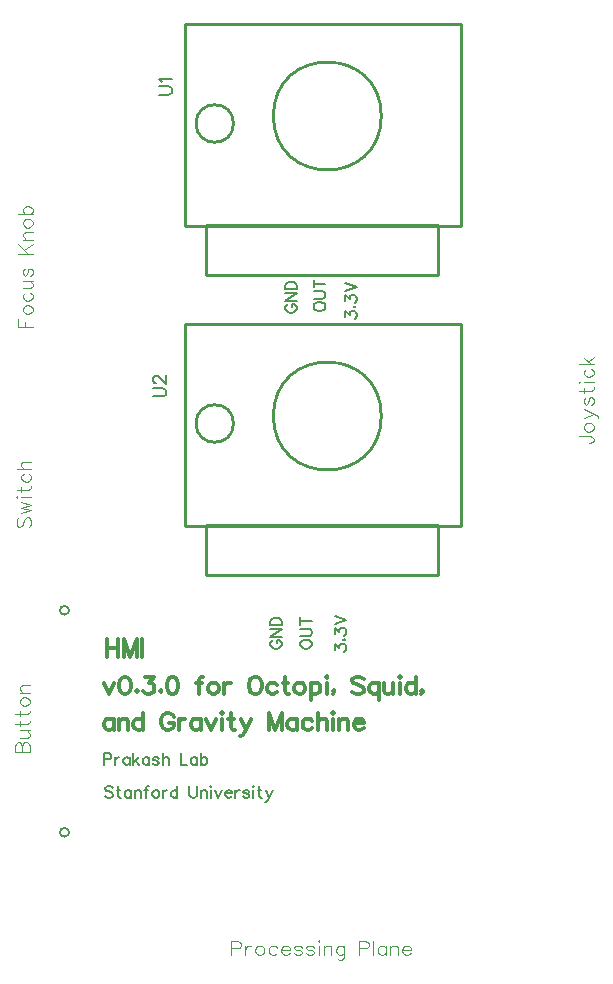
<source format=gto>
G04 Layer: TopSilkLayer*
G04 EasyEDA v6.4.17, 2021-03-07T15:12:51--8:00*
G04 6c535f378de342b990020bc8b1c8526d,b5aacd518854429a9b9924e8a25dcfd8,10*
G04 Gerber Generator version 0.2*
G04 Scale: 100 percent, Rotated: No, Reflected: No *
G04 Dimensions in inches *
G04 leading zeros omitted , absolute positions ,3 integer and 6 decimal *
%FSLAX36Y36*%
%MOIN*%

%ADD10C,0.0100*%
%ADD25C,0.0060*%
%ADD26C,0.0120*%
%ADD27C,0.0040*%
%ADD28C,0.0080*%

%LPD*%
D26*
X352749Y721460D02*
G01*
X352749Y683260D01*
X352749Y713260D02*
G01*
X347249Y718760D01*
X341849Y721460D01*
X333649Y721460D01*
X328149Y718760D01*
X322749Y713260D01*
X319949Y705060D01*
X319949Y699660D01*
X322749Y691460D01*
X328149Y685960D01*
X333649Y683260D01*
X341849Y683260D01*
X347249Y685960D01*
X352749Y691460D01*
X370749Y721460D02*
G01*
X370749Y683260D01*
X370749Y710560D02*
G01*
X378949Y718760D01*
X384349Y721460D01*
X392549Y721460D01*
X397949Y718760D01*
X400749Y710560D01*
X400749Y683260D01*
X451449Y740560D02*
G01*
X451449Y683260D01*
X451449Y713260D02*
G01*
X445949Y718760D01*
X440549Y721460D01*
X432349Y721460D01*
X426949Y718760D01*
X421449Y713260D01*
X418750Y705060D01*
X418750Y699660D01*
X421449Y691460D01*
X426949Y685960D01*
X432349Y683260D01*
X440549Y683260D01*
X445949Y685960D01*
X451449Y691460D01*
X552349Y726960D02*
G01*
X549649Y732360D01*
X544149Y737860D01*
X538750Y740560D01*
X527849Y740560D01*
X522349Y737860D01*
X516949Y732360D01*
X514149Y726960D01*
X511449Y718760D01*
X511449Y705060D01*
X514149Y696960D01*
X516949Y691460D01*
X522349Y685960D01*
X527849Y683260D01*
X538750Y683260D01*
X544149Y685960D01*
X549649Y691460D01*
X552349Y696960D01*
X552349Y705060D01*
X538750Y705060D02*
G01*
X552349Y705060D01*
X570349Y721460D02*
G01*
X570349Y683260D01*
X570349Y705060D02*
G01*
X573049Y713260D01*
X578549Y718760D01*
X583949Y721460D01*
X592149Y721460D01*
X642950Y721460D02*
G01*
X642950Y683260D01*
X642950Y713260D02*
G01*
X637449Y718760D01*
X631949Y721460D01*
X623849Y721460D01*
X618349Y718760D01*
X612949Y713260D01*
X610149Y705060D01*
X610149Y699660D01*
X612949Y691460D01*
X618349Y685960D01*
X623849Y683260D01*
X631949Y683260D01*
X637449Y685960D01*
X642950Y691460D01*
X660949Y721460D02*
G01*
X677249Y683260D01*
X693649Y721460D02*
G01*
X677249Y683260D01*
X711649Y740560D02*
G01*
X714349Y737860D01*
X717049Y740560D01*
X714349Y743260D01*
X711649Y740560D01*
X714349Y721460D02*
G01*
X714349Y683260D01*
X743249Y740560D02*
G01*
X743249Y694160D01*
X745949Y685960D01*
X751449Y683260D01*
X756949Y683260D01*
X735050Y721460D02*
G01*
X754149Y721460D01*
X777649Y721460D02*
G01*
X793949Y683260D01*
X810349Y721460D02*
G01*
X793949Y683260D01*
X788549Y672360D01*
X783049Y666960D01*
X777649Y664160D01*
X774949Y664160D01*
X870349Y740560D02*
G01*
X870349Y683260D01*
X870349Y740560D02*
G01*
X892150Y683260D01*
X913949Y740560D02*
G01*
X892150Y683260D01*
X913949Y740560D02*
G01*
X913949Y683260D01*
X964749Y721460D02*
G01*
X964749Y683260D01*
X964749Y713260D02*
G01*
X959250Y718760D01*
X953850Y721460D01*
X945649Y721460D01*
X940149Y718760D01*
X934749Y713260D01*
X931949Y705060D01*
X931949Y699660D01*
X934749Y691460D01*
X940149Y685960D01*
X945649Y683260D01*
X953850Y683260D01*
X959250Y685960D01*
X964749Y691460D01*
X1015450Y713260D02*
G01*
X1009949Y718760D01*
X1004549Y721460D01*
X996350Y721460D01*
X990949Y718760D01*
X985450Y713260D01*
X982749Y705060D01*
X982749Y699660D01*
X985450Y691460D01*
X990949Y685960D01*
X996350Y683260D01*
X1004549Y683260D01*
X1009949Y685960D01*
X1015450Y691460D01*
X1033449Y740560D02*
G01*
X1033449Y683260D01*
X1033449Y710560D02*
G01*
X1041649Y718760D01*
X1047049Y721460D01*
X1055249Y721460D01*
X1060749Y718760D01*
X1063449Y710560D01*
X1063449Y683260D01*
X1081449Y740560D02*
G01*
X1084149Y737860D01*
X1086949Y740560D01*
X1084149Y743260D01*
X1081449Y740560D01*
X1084149Y721460D02*
G01*
X1084149Y683260D01*
X1104949Y721460D02*
G01*
X1104949Y683260D01*
X1104949Y710560D02*
G01*
X1113049Y718760D01*
X1118549Y721460D01*
X1126750Y721460D01*
X1132150Y718760D01*
X1134949Y710560D01*
X1134949Y683260D01*
X1152950Y705060D02*
G01*
X1185649Y705060D01*
X1185649Y710560D01*
X1182950Y715960D01*
X1180149Y718760D01*
X1174749Y721460D01*
X1166549Y721460D01*
X1161049Y718760D01*
X1155649Y713260D01*
X1152950Y705060D01*
X1152950Y699660D01*
X1155649Y691460D01*
X1161049Y685960D01*
X1166549Y683260D01*
X1174749Y683260D01*
X1180149Y685960D01*
X1185649Y691460D01*
D25*
X933762Y2102256D02*
G01*
X930063Y2100456D01*
X926462Y2096856D01*
X924663Y2093156D01*
X924663Y2085956D01*
X926462Y2082256D01*
X930063Y2078656D01*
X933762Y2076856D01*
X939162Y2074956D01*
X948262Y2074956D01*
X953762Y2076856D01*
X957362Y2078656D01*
X960963Y2082256D01*
X962762Y2085956D01*
X962762Y2093156D01*
X960963Y2096856D01*
X957362Y2100456D01*
X953762Y2102256D01*
X948262Y2102256D01*
X948262Y2093156D02*
G01*
X948262Y2102256D01*
X924663Y2114256D02*
G01*
X962762Y2114256D01*
X924663Y2114256D02*
G01*
X962762Y2139756D01*
X924663Y2139756D02*
G01*
X962762Y2139756D01*
X924663Y2151756D02*
G01*
X962762Y2151756D01*
X924663Y2151756D02*
G01*
X924663Y2164456D01*
X926462Y2169956D01*
X930063Y2173556D01*
X933762Y2175356D01*
X939162Y2177156D01*
X948262Y2177156D01*
X953762Y2175356D01*
X957362Y2173556D01*
X960963Y2169956D01*
X962762Y2164456D01*
X962762Y2151756D01*
X1019663Y2090956D02*
G01*
X1021462Y2087256D01*
X1025063Y2083656D01*
X1028762Y2081856D01*
X1034162Y2079956D01*
X1043262Y2079956D01*
X1048762Y2081856D01*
X1052362Y2083656D01*
X1055963Y2087256D01*
X1057762Y2090956D01*
X1057762Y2098156D01*
X1055963Y2101856D01*
X1052362Y2105456D01*
X1048762Y2107256D01*
X1043262Y2109056D01*
X1034162Y2109056D01*
X1028762Y2107256D01*
X1025063Y2105456D01*
X1021462Y2101856D01*
X1019663Y2098156D01*
X1019663Y2090956D01*
X1019663Y2121056D02*
G01*
X1046862Y2121056D01*
X1052362Y2122956D01*
X1055963Y2126556D01*
X1057762Y2131956D01*
X1057762Y2135656D01*
X1055963Y2141056D01*
X1052362Y2144756D01*
X1046862Y2146556D01*
X1019663Y2146556D01*
X1019663Y2171256D02*
G01*
X1057762Y2171256D01*
X1019663Y2158556D02*
G01*
X1019663Y2183956D01*
X1124663Y2058656D02*
G01*
X1124663Y2078656D01*
X1139162Y2067756D01*
X1139162Y2073156D01*
X1140963Y2076856D01*
X1142762Y2078656D01*
X1148262Y2080456D01*
X1151862Y2080456D01*
X1157362Y2078656D01*
X1160963Y2074956D01*
X1162762Y2069556D01*
X1162762Y2064056D01*
X1160963Y2058656D01*
X1159162Y2056856D01*
X1155563Y2054956D01*
X1153762Y2094256D02*
G01*
X1155563Y2092456D01*
X1157362Y2094256D01*
X1155563Y2096056D01*
X1153762Y2094256D01*
X1124663Y2111756D02*
G01*
X1124663Y2131756D01*
X1139162Y2120856D01*
X1139162Y2126256D01*
X1140963Y2129956D01*
X1142762Y2131756D01*
X1148262Y2133556D01*
X1151862Y2133556D01*
X1157362Y2131756D01*
X1160963Y2128056D01*
X1162762Y2122656D01*
X1162762Y2117156D01*
X1160963Y2111756D01*
X1159162Y2109956D01*
X1155563Y2108056D01*
X1124663Y2145556D02*
G01*
X1162762Y2160055D01*
X1124663Y2174656D02*
G01*
X1162762Y2160055D01*
X883768Y982255D02*
G01*
X880068Y980455D01*
X876467Y976855D01*
X874668Y973155D01*
X874668Y965955D01*
X876467Y962255D01*
X880068Y958655D01*
X883768Y956855D01*
X889167Y954954D01*
X898267Y954954D01*
X903768Y956855D01*
X907367Y958655D01*
X910967Y962255D01*
X912767Y965955D01*
X912767Y973155D01*
X910967Y976855D01*
X907367Y980455D01*
X903768Y982255D01*
X898267Y982255D01*
X898267Y973155D02*
G01*
X898267Y982255D01*
X874668Y994255D02*
G01*
X912767Y994255D01*
X874668Y994255D02*
G01*
X912767Y1019755D01*
X874668Y1019755D02*
G01*
X912767Y1019755D01*
X874668Y1031755D02*
G01*
X912767Y1031755D01*
X874668Y1031755D02*
G01*
X874668Y1044455D01*
X876467Y1049955D01*
X880068Y1053555D01*
X883768Y1055354D01*
X889167Y1057155D01*
X898267Y1057155D01*
X903768Y1055354D01*
X907367Y1053555D01*
X910967Y1049955D01*
X912767Y1044455D01*
X912767Y1031755D01*
X974668Y965955D02*
G01*
X976467Y962255D01*
X980068Y958655D01*
X983768Y956855D01*
X989167Y954954D01*
X998267Y954954D01*
X1003768Y956855D01*
X1007367Y958655D01*
X1010967Y962255D01*
X1012767Y965955D01*
X1012767Y973155D01*
X1010967Y976855D01*
X1007367Y980455D01*
X1003768Y982255D01*
X998267Y984055D01*
X989167Y984055D01*
X983768Y982255D01*
X980068Y980455D01*
X976467Y976855D01*
X974668Y973155D01*
X974668Y965955D01*
X974668Y996055D02*
G01*
X1001867Y996055D01*
X1007367Y997955D01*
X1010967Y1001555D01*
X1012767Y1006955D01*
X1012767Y1010655D01*
X1010967Y1016055D01*
X1007367Y1019755D01*
X1001867Y1021555D01*
X974668Y1021555D01*
X974668Y1046255D02*
G01*
X1012767Y1046255D01*
X974668Y1033555D02*
G01*
X974668Y1058955D01*
X1089668Y948655D02*
G01*
X1089668Y968655D01*
X1104167Y957755D01*
X1104167Y963155D01*
X1105967Y966855D01*
X1107767Y968655D01*
X1113267Y970455D01*
X1116867Y970455D01*
X1122367Y968655D01*
X1125967Y964954D01*
X1127767Y959555D01*
X1127767Y954055D01*
X1125967Y948655D01*
X1124167Y946855D01*
X1120567Y944954D01*
X1118768Y984255D02*
G01*
X1120567Y982454D01*
X1122367Y984255D01*
X1120567Y986055D01*
X1118768Y984255D01*
X1089668Y1001755D02*
G01*
X1089668Y1021755D01*
X1104167Y1010855D01*
X1104167Y1016255D01*
X1105967Y1019954D01*
X1107767Y1021755D01*
X1113267Y1023555D01*
X1116867Y1023555D01*
X1122367Y1021755D01*
X1125967Y1018055D01*
X1127767Y1012654D01*
X1127767Y1007155D01*
X1125967Y1001755D01*
X1124167Y999954D01*
X1120567Y998055D01*
X1089668Y1035555D02*
G01*
X1127767Y1050055D01*
X1089668Y1064655D02*
G01*
X1127767Y1050055D01*
D27*
X1904484Y1662702D02*
G01*
X1940884Y1662702D01*
X1947685Y1660502D01*
X1949984Y1658202D01*
X1952285Y1653602D01*
X1952285Y1649102D01*
X1949984Y1644502D01*
X1947685Y1642301D01*
X1940884Y1640002D01*
X1936385Y1640002D01*
X1920484Y1689102D02*
G01*
X1922685Y1684502D01*
X1927285Y1680002D01*
X1934084Y1677702D01*
X1938584Y1677702D01*
X1945484Y1680002D01*
X1949984Y1684502D01*
X1952285Y1689102D01*
X1952285Y1695902D01*
X1949984Y1700502D01*
X1945484Y1705002D01*
X1938584Y1707301D01*
X1934084Y1707301D01*
X1927285Y1705002D01*
X1922685Y1700502D01*
X1920484Y1695902D01*
X1920484Y1689102D01*
X1920484Y1724502D02*
G01*
X1952285Y1738202D01*
X1920484Y1751802D02*
G01*
X1952285Y1738202D01*
X1961385Y1733602D01*
X1965884Y1729102D01*
X1968184Y1724502D01*
X1968184Y1722301D01*
X1927285Y1791802D02*
G01*
X1922685Y1789502D01*
X1920484Y1782702D01*
X1920484Y1775902D01*
X1922685Y1769102D01*
X1927285Y1766802D01*
X1931784Y1769102D01*
X1934084Y1773602D01*
X1936385Y1785002D01*
X1938584Y1789502D01*
X1943184Y1791802D01*
X1945484Y1791802D01*
X1949984Y1789502D01*
X1952285Y1782702D01*
X1952285Y1775902D01*
X1949984Y1769102D01*
X1945484Y1766802D01*
X1904484Y1813602D02*
G01*
X1943184Y1813602D01*
X1949984Y1815902D01*
X1952285Y1820502D01*
X1952285Y1825002D01*
X1920484Y1806802D02*
G01*
X1920484Y1822702D01*
X1904484Y1840002D02*
G01*
X1906784Y1842301D01*
X1904484Y1844502D01*
X1902285Y1842301D01*
X1904484Y1840002D01*
X1920484Y1842301D02*
G01*
X1952285Y1842301D01*
X1927285Y1886802D02*
G01*
X1922685Y1882301D01*
X1920484Y1877702D01*
X1920484Y1870902D01*
X1922685Y1866402D01*
X1927285Y1861802D01*
X1934084Y1859502D01*
X1938584Y1859502D01*
X1945484Y1861802D01*
X1949984Y1866402D01*
X1952285Y1870902D01*
X1952285Y1877702D01*
X1949984Y1882301D01*
X1945484Y1886802D01*
X1904484Y1901802D02*
G01*
X1952285Y1901802D01*
X1920484Y1924502D02*
G01*
X1943184Y1901802D01*
X1934084Y1910902D02*
G01*
X1952285Y1926802D01*
X744979Y-19496D02*
G01*
X744979Y-67296D01*
X744979Y-19496D02*
G01*
X765479Y-19496D01*
X772280Y-21796D01*
X774479Y-24096D01*
X776779Y-28596D01*
X776779Y-35497D01*
X774479Y-39996D01*
X772280Y-42296D01*
X765479Y-44496D01*
X744979Y-44496D01*
X791779Y-35497D02*
G01*
X791779Y-67296D01*
X791779Y-49096D02*
G01*
X794079Y-42296D01*
X798580Y-37696D01*
X803180Y-35497D01*
X809979Y-35497D01*
X836379Y-35497D02*
G01*
X831779Y-37696D01*
X827280Y-42296D01*
X824979Y-49096D01*
X824979Y-53596D01*
X827280Y-60497D01*
X831779Y-64996D01*
X836379Y-67296D01*
X843180Y-67296D01*
X847680Y-64996D01*
X852280Y-60497D01*
X854479Y-53596D01*
X854479Y-49096D01*
X852280Y-42296D01*
X847680Y-37696D01*
X843180Y-35497D01*
X836379Y-35497D01*
X896779Y-42296D02*
G01*
X892280Y-37696D01*
X887680Y-35497D01*
X880879Y-35497D01*
X876379Y-37696D01*
X871779Y-42296D01*
X869479Y-49096D01*
X869479Y-53596D01*
X871779Y-60497D01*
X876379Y-64996D01*
X880879Y-67296D01*
X887680Y-67296D01*
X892280Y-64996D01*
X896779Y-60497D01*
X911779Y-49096D02*
G01*
X939079Y-49096D01*
X939079Y-44496D01*
X936779Y-39996D01*
X934479Y-37696D01*
X929979Y-35497D01*
X923180Y-35497D01*
X918580Y-37696D01*
X914079Y-42296D01*
X911779Y-49096D01*
X911779Y-53596D01*
X914079Y-60497D01*
X918580Y-64996D01*
X923180Y-67296D01*
X929979Y-67296D01*
X934479Y-64996D01*
X939079Y-60497D01*
X979079Y-42296D02*
G01*
X976779Y-37696D01*
X969979Y-35497D01*
X963180Y-35497D01*
X956379Y-37696D01*
X954079Y-42296D01*
X956379Y-46796D01*
X960879Y-49096D01*
X972280Y-51396D01*
X976779Y-53596D01*
X979079Y-58197D01*
X979079Y-60497D01*
X976779Y-64996D01*
X969979Y-67296D01*
X963180Y-67296D01*
X956379Y-64996D01*
X954079Y-60497D01*
X1019079Y-42296D02*
G01*
X1016779Y-37696D01*
X1009979Y-35497D01*
X1003180Y-35497D01*
X996379Y-37696D01*
X994079Y-42296D01*
X996379Y-46796D01*
X1000879Y-49096D01*
X1012280Y-51396D01*
X1016779Y-53596D01*
X1019079Y-58197D01*
X1019079Y-60497D01*
X1016779Y-64996D01*
X1009979Y-67296D01*
X1003180Y-67296D01*
X996379Y-64996D01*
X994079Y-60497D01*
X1034079Y-19496D02*
G01*
X1036379Y-21796D01*
X1038580Y-19496D01*
X1036379Y-17296D01*
X1034079Y-19496D01*
X1036379Y-35497D02*
G01*
X1036379Y-67296D01*
X1053580Y-35497D02*
G01*
X1053580Y-67296D01*
X1053580Y-44496D02*
G01*
X1060479Y-37696D01*
X1064979Y-35497D01*
X1071779Y-35497D01*
X1076379Y-37696D01*
X1078580Y-44496D01*
X1078580Y-67296D01*
X1120879Y-35497D02*
G01*
X1120879Y-71796D01*
X1118580Y-78596D01*
X1116379Y-80896D01*
X1111779Y-83197D01*
X1104979Y-83197D01*
X1100479Y-80896D01*
X1120879Y-42296D02*
G01*
X1116379Y-37696D01*
X1111779Y-35497D01*
X1104979Y-35497D01*
X1100479Y-37696D01*
X1095879Y-42296D01*
X1093580Y-49096D01*
X1093580Y-53596D01*
X1095879Y-60497D01*
X1100479Y-64996D01*
X1104979Y-67296D01*
X1111779Y-67296D01*
X1116379Y-64996D01*
X1120879Y-60497D01*
X1170879Y-19496D02*
G01*
X1170879Y-67296D01*
X1170879Y-19496D02*
G01*
X1191379Y-19496D01*
X1198180Y-21796D01*
X1200479Y-24096D01*
X1202680Y-28596D01*
X1202680Y-35497D01*
X1200479Y-39996D01*
X1198180Y-42296D01*
X1191379Y-44496D01*
X1170879Y-44496D01*
X1217680Y-19496D02*
G01*
X1217680Y-67296D01*
X1259979Y-35497D02*
G01*
X1259979Y-67296D01*
X1259979Y-42296D02*
G01*
X1255479Y-37696D01*
X1250879Y-35497D01*
X1244079Y-35497D01*
X1239479Y-37696D01*
X1234979Y-42296D01*
X1232680Y-49096D01*
X1232680Y-53596D01*
X1234979Y-60497D01*
X1239479Y-64996D01*
X1244079Y-67296D01*
X1250879Y-67296D01*
X1255479Y-64996D01*
X1259979Y-60497D01*
X1274979Y-35497D02*
G01*
X1274979Y-67296D01*
X1274979Y-44496D02*
G01*
X1281779Y-37696D01*
X1286379Y-35497D01*
X1293180Y-35497D01*
X1297680Y-37696D01*
X1299979Y-44496D01*
X1299979Y-67296D01*
X1314979Y-49096D02*
G01*
X1342280Y-49096D01*
X1342280Y-44496D01*
X1339979Y-39996D01*
X1337680Y-37696D01*
X1333180Y-35497D01*
X1326379Y-35497D01*
X1321779Y-37696D01*
X1317280Y-42296D01*
X1314979Y-49096D01*
X1314979Y-53596D01*
X1317280Y-60497D01*
X1321779Y-64996D01*
X1326379Y-67296D01*
X1333180Y-67296D01*
X1337680Y-64996D01*
X1342280Y-60497D01*
X36357Y1391857D02*
G01*
X31757Y1387256D01*
X29557Y1380457D01*
X29557Y1371357D01*
X31757Y1364556D01*
X36357Y1359957D01*
X40857Y1359957D01*
X45457Y1362256D01*
X47757Y1364556D01*
X49957Y1369057D01*
X54557Y1382757D01*
X56757Y1387256D01*
X59057Y1389556D01*
X63657Y1391857D01*
X70457Y1391857D01*
X74957Y1387256D01*
X77257Y1380457D01*
X77257Y1371357D01*
X74957Y1364556D01*
X70457Y1359957D01*
X45457Y1406857D02*
G01*
X77257Y1415957D01*
X45457Y1424957D02*
G01*
X77257Y1415957D01*
X45457Y1424957D02*
G01*
X77257Y1434057D01*
X45457Y1443157D02*
G01*
X77257Y1434057D01*
X29557Y1458157D02*
G01*
X31757Y1460457D01*
X29557Y1462757D01*
X27257Y1460457D01*
X29557Y1458157D01*
X45457Y1460457D02*
G01*
X77257Y1460457D01*
X29557Y1484556D02*
G01*
X68157Y1484556D01*
X74957Y1486857D01*
X77257Y1491357D01*
X77257Y1495957D01*
X45457Y1477757D02*
G01*
X45457Y1493657D01*
X52257Y1538157D02*
G01*
X47757Y1533657D01*
X45457Y1529057D01*
X45457Y1522256D01*
X47757Y1517757D01*
X52257Y1513157D01*
X59057Y1510957D01*
X63657Y1510957D01*
X70457Y1513157D01*
X74957Y1517757D01*
X77257Y1522256D01*
X77257Y1529057D01*
X74957Y1533657D01*
X70457Y1538157D01*
X29557Y1553157D02*
G01*
X77257Y1553157D01*
X54557Y1553157D02*
G01*
X47757Y1559957D01*
X45457Y1564556D01*
X45457Y1571357D01*
X47757Y1575957D01*
X54557Y1578157D01*
X77257Y1578157D01*
X34489Y2025001D02*
G01*
X82289Y2025001D01*
X34489Y2025001D02*
G01*
X34489Y2054501D01*
X57289Y2025001D02*
G01*
X57289Y2043201D01*
X50489Y2080901D02*
G01*
X52689Y2076401D01*
X57289Y2071801D01*
X64089Y2069501D01*
X68589Y2069501D01*
X75489Y2071801D01*
X79989Y2076401D01*
X82289Y2080901D01*
X82289Y2087701D01*
X79989Y2092301D01*
X75489Y2096801D01*
X68589Y2099101D01*
X64089Y2099101D01*
X57289Y2096801D01*
X52689Y2092301D01*
X50489Y2087701D01*
X50489Y2080901D01*
X57289Y2141401D02*
G01*
X52689Y2136801D01*
X50489Y2132301D01*
X50489Y2125501D01*
X52689Y2120901D01*
X57289Y2116401D01*
X64089Y2114101D01*
X68589Y2114101D01*
X75489Y2116401D01*
X79989Y2120901D01*
X82289Y2125501D01*
X82289Y2132301D01*
X79989Y2136801D01*
X75489Y2141401D01*
X50489Y2156401D02*
G01*
X73189Y2156401D01*
X79989Y2158601D01*
X82289Y2163201D01*
X82289Y2170001D01*
X79989Y2174501D01*
X73189Y2181401D01*
X50489Y2181401D02*
G01*
X82289Y2181401D01*
X57289Y2221401D02*
G01*
X52689Y2219101D01*
X50489Y2212301D01*
X50489Y2205501D01*
X52689Y2198601D01*
X57289Y2196401D01*
X61789Y2198601D01*
X64089Y2203201D01*
X66389Y2214501D01*
X68589Y2219101D01*
X73189Y2221401D01*
X75489Y2221401D01*
X79989Y2219101D01*
X82289Y2212301D01*
X82289Y2205501D01*
X79989Y2198601D01*
X75489Y2196401D01*
X34489Y2271401D02*
G01*
X82289Y2271401D01*
X34489Y2303201D02*
G01*
X66389Y2271401D01*
X54989Y2282701D02*
G01*
X82289Y2303201D01*
X50489Y2318201D02*
G01*
X82289Y2318201D01*
X59489Y2318201D02*
G01*
X52689Y2325001D01*
X50489Y2329501D01*
X50489Y2336401D01*
X52689Y2340901D01*
X59489Y2343201D01*
X82289Y2343201D01*
X50489Y2369501D02*
G01*
X52689Y2365001D01*
X57289Y2360501D01*
X64089Y2358201D01*
X68589Y2358201D01*
X75489Y2360501D01*
X79989Y2365001D01*
X82289Y2369501D01*
X82289Y2376401D01*
X79989Y2380901D01*
X75489Y2385501D01*
X68589Y2387701D01*
X64089Y2387701D01*
X57289Y2385501D01*
X52689Y2380901D01*
X50489Y2376401D01*
X50489Y2369501D01*
X34489Y2402701D02*
G01*
X82289Y2402701D01*
X57289Y2402701D02*
G01*
X52689Y2407301D01*
X50489Y2411801D01*
X50489Y2418601D01*
X52689Y2423201D01*
X57289Y2427701D01*
X64089Y2430001D01*
X68589Y2430001D01*
X75489Y2427701D01*
X79989Y2423201D01*
X82289Y2418601D01*
X82289Y2411801D01*
X79989Y2407301D01*
X75489Y2402701D01*
D26*
X320054Y841458D02*
G01*
X336354Y803259D01*
X352754Y841458D02*
G01*
X336354Y803259D01*
X387054Y860559D02*
G01*
X378954Y857859D01*
X373454Y849659D01*
X370754Y835959D01*
X370754Y827859D01*
X373454Y814158D01*
X378954Y805959D01*
X387054Y803259D01*
X392554Y803259D01*
X400754Y805959D01*
X406154Y814158D01*
X408954Y827859D01*
X408954Y835959D01*
X406154Y849659D01*
X400754Y857859D01*
X392554Y860559D01*
X387054Y860559D01*
X429654Y816859D02*
G01*
X426954Y814158D01*
X429654Y811458D01*
X432354Y814158D01*
X429654Y816859D01*
X455854Y860559D02*
G01*
X485854Y860559D01*
X469454Y838759D01*
X477654Y838759D01*
X483054Y835959D01*
X485854Y833259D01*
X488554Y825059D01*
X488554Y819659D01*
X485854Y811458D01*
X480354Y805959D01*
X472154Y803259D01*
X464054Y803259D01*
X455854Y805959D01*
X453054Y808759D01*
X450354Y814158D01*
X509254Y816859D02*
G01*
X506554Y814158D01*
X509254Y811458D01*
X512054Y814158D01*
X509254Y816859D01*
X546354Y860559D02*
G01*
X538154Y857859D01*
X532754Y849659D01*
X530054Y835959D01*
X530054Y827859D01*
X532754Y814158D01*
X538154Y805959D01*
X546354Y803259D01*
X551854Y803259D01*
X560054Y805959D01*
X565454Y814158D01*
X568154Y827859D01*
X568154Y835959D01*
X565454Y849659D01*
X560054Y857859D01*
X551854Y860559D01*
X546354Y860559D01*
X650055Y860559D02*
G01*
X644555Y860559D01*
X639054Y857859D01*
X636354Y849659D01*
X636354Y803259D01*
X628154Y841458D02*
G01*
X647254Y841458D01*
X681655Y841458D02*
G01*
X676154Y838759D01*
X670754Y833259D01*
X668054Y825059D01*
X668054Y819659D01*
X670754Y811458D01*
X676154Y805959D01*
X681655Y803259D01*
X689854Y803259D01*
X695254Y805959D01*
X700754Y811458D01*
X703454Y819659D01*
X703454Y825059D01*
X700754Y833259D01*
X695254Y838759D01*
X689854Y841458D01*
X681655Y841458D01*
X721454Y841458D02*
G01*
X721454Y803259D01*
X721454Y825059D02*
G01*
X724155Y833259D01*
X729654Y838759D01*
X735055Y841458D01*
X743254Y841458D01*
X819654Y860559D02*
G01*
X814155Y857859D01*
X808755Y852359D01*
X806054Y846859D01*
X803254Y838759D01*
X803254Y825059D01*
X806054Y816859D01*
X808755Y811458D01*
X814155Y805959D01*
X819654Y803259D01*
X830554Y803259D01*
X836054Y805959D01*
X841454Y811458D01*
X844155Y816859D01*
X846954Y825059D01*
X846954Y838759D01*
X844155Y846859D01*
X841454Y852359D01*
X836054Y857859D01*
X830554Y860559D01*
X819654Y860559D01*
X897654Y833259D02*
G01*
X892154Y838759D01*
X886754Y841458D01*
X878554Y841458D01*
X873054Y838759D01*
X867654Y833259D01*
X864954Y825059D01*
X864954Y819659D01*
X867654Y811458D01*
X873054Y805959D01*
X878554Y803259D01*
X886754Y803259D01*
X892154Y805959D01*
X897654Y811458D01*
X923854Y860559D02*
G01*
X923854Y814158D01*
X926554Y805959D01*
X932055Y803259D01*
X937454Y803259D01*
X915654Y841458D02*
G01*
X934754Y841458D01*
X969054Y841458D02*
G01*
X963654Y838759D01*
X958154Y833259D01*
X955455Y825059D01*
X955455Y819659D01*
X958154Y811458D01*
X963654Y805959D01*
X969054Y803259D01*
X977254Y803259D01*
X982754Y805959D01*
X988154Y811458D01*
X990954Y819659D01*
X990954Y825059D01*
X988154Y833259D01*
X982754Y838759D01*
X977254Y841458D01*
X969054Y841458D01*
X1008954Y841458D02*
G01*
X1008954Y784158D01*
X1008954Y833259D02*
G01*
X1014354Y838759D01*
X1019854Y841458D01*
X1028054Y841458D01*
X1033454Y838759D01*
X1038954Y833259D01*
X1041655Y825059D01*
X1041655Y819659D01*
X1038954Y811458D01*
X1033454Y805959D01*
X1028054Y803259D01*
X1019854Y803259D01*
X1014354Y805959D01*
X1008954Y811458D01*
X1059654Y860559D02*
G01*
X1062354Y857859D01*
X1065055Y860559D01*
X1062354Y863259D01*
X1059654Y860559D01*
X1062354Y841458D02*
G01*
X1062354Y803259D01*
X1088554Y814158D02*
G01*
X1085855Y811458D01*
X1083054Y814158D01*
X1085855Y816859D01*
X1088554Y814158D01*
X1088554Y808759D01*
X1083054Y803259D01*
X1186754Y852359D02*
G01*
X1181255Y857859D01*
X1173054Y860559D01*
X1162154Y860559D01*
X1153954Y857859D01*
X1148554Y852359D01*
X1148554Y846859D01*
X1151255Y841458D01*
X1153954Y838759D01*
X1159454Y835959D01*
X1175855Y830559D01*
X1181255Y827859D01*
X1183954Y825059D01*
X1186754Y819659D01*
X1186754Y811458D01*
X1181255Y805959D01*
X1173054Y803259D01*
X1162154Y803259D01*
X1153954Y805959D01*
X1148554Y811458D01*
X1237455Y841458D02*
G01*
X1237455Y784158D01*
X1237455Y833259D02*
G01*
X1231954Y838759D01*
X1226554Y841458D01*
X1218355Y841458D01*
X1212955Y838759D01*
X1207455Y833259D01*
X1204754Y825059D01*
X1204754Y819659D01*
X1207455Y811458D01*
X1212955Y805959D01*
X1218355Y803259D01*
X1226554Y803259D01*
X1231954Y805959D01*
X1237455Y811458D01*
X1255455Y841458D02*
G01*
X1255455Y814158D01*
X1258154Y805959D01*
X1263654Y803259D01*
X1271854Y803259D01*
X1277254Y805959D01*
X1285455Y814158D01*
X1285455Y841458D02*
G01*
X1285455Y803259D01*
X1303454Y860559D02*
G01*
X1306154Y857859D01*
X1308954Y860559D01*
X1306154Y863259D01*
X1303454Y860559D01*
X1306154Y841458D02*
G01*
X1306154Y803259D01*
X1359654Y860559D02*
G01*
X1359654Y803259D01*
X1359654Y833259D02*
G01*
X1354155Y838759D01*
X1348755Y841458D01*
X1340554Y841458D01*
X1335055Y838759D01*
X1329654Y833259D01*
X1326954Y825059D01*
X1326954Y819659D01*
X1329654Y811458D01*
X1335055Y805959D01*
X1340554Y803259D01*
X1348755Y803259D01*
X1354155Y805959D01*
X1359654Y811458D01*
X1383054Y814158D02*
G01*
X1380354Y811458D01*
X1377654Y814158D01*
X1380354Y816859D01*
X1383054Y814158D01*
X1383054Y808759D01*
X1377654Y803259D01*
D28*
X350484Y489902D02*
G01*
X346784Y493502D01*
X341384Y495402D01*
X334084Y495402D01*
X328584Y493502D01*
X324984Y489902D01*
X324984Y486302D01*
X326784Y482602D01*
X328584Y480802D01*
X332284Y479002D01*
X343184Y475402D01*
X346784Y473502D01*
X348584Y471702D01*
X350484Y468102D01*
X350484Y462602D01*
X346784Y459002D01*
X341384Y457202D01*
X334084Y457202D01*
X328584Y459002D01*
X324984Y462602D01*
X367884Y495402D02*
G01*
X367884Y464502D01*
X369684Y459002D01*
X373384Y457202D01*
X376984Y457202D01*
X362484Y482602D02*
G01*
X375184Y482602D01*
X410784Y482602D02*
G01*
X410784Y457202D01*
X410784Y477202D02*
G01*
X407184Y480802D01*
X403484Y482602D01*
X398084Y482602D01*
X394484Y480802D01*
X390784Y477202D01*
X388984Y471702D01*
X388984Y468102D01*
X390784Y462602D01*
X394484Y459002D01*
X398084Y457202D01*
X403484Y457202D01*
X407184Y459002D01*
X410784Y462602D01*
X422784Y482602D02*
G01*
X422784Y457202D01*
X422784Y475402D02*
G01*
X428284Y480802D01*
X431884Y482602D01*
X437384Y482602D01*
X440984Y480802D01*
X442784Y475402D01*
X442784Y457202D01*
X469384Y495402D02*
G01*
X465684Y495402D01*
X462084Y493502D01*
X460284Y488102D01*
X460284Y457202D01*
X454784Y482602D02*
G01*
X467484Y482602D01*
X490484Y482602D02*
G01*
X486784Y480802D01*
X483184Y477202D01*
X481384Y471702D01*
X481384Y468102D01*
X483184Y462602D01*
X486784Y459002D01*
X490484Y457202D01*
X495884Y457202D01*
X499484Y459002D01*
X503184Y462602D01*
X504984Y468102D01*
X504984Y471702D01*
X503184Y477202D01*
X499484Y480802D01*
X495884Y482602D01*
X490484Y482602D01*
X516984Y482602D02*
G01*
X516984Y457202D01*
X516984Y471702D02*
G01*
X518784Y477202D01*
X522484Y480802D01*
X526084Y482602D01*
X531484Y482602D01*
X565384Y495402D02*
G01*
X565384Y457202D01*
X565384Y477202D02*
G01*
X561684Y480802D01*
X558084Y482602D01*
X552584Y482602D01*
X548984Y480802D01*
X545384Y477202D01*
X543484Y471702D01*
X543484Y468102D01*
X545384Y462602D01*
X548984Y459002D01*
X552584Y457202D01*
X558084Y457202D01*
X561684Y459002D01*
X565384Y462602D01*
X605384Y495402D02*
G01*
X605384Y468102D01*
X607184Y462602D01*
X610784Y459002D01*
X616284Y457202D01*
X619884Y457202D01*
X625384Y459002D01*
X628984Y462602D01*
X630784Y468102D01*
X630784Y495402D01*
X642784Y482602D02*
G01*
X642784Y457202D01*
X642784Y475402D02*
G01*
X648284Y480802D01*
X651885Y482602D01*
X657384Y482602D01*
X660985Y480802D01*
X662784Y475402D01*
X662784Y457202D01*
X674785Y495402D02*
G01*
X676584Y493502D01*
X678485Y495402D01*
X676584Y497202D01*
X674785Y495402D01*
X676584Y482602D02*
G01*
X676584Y457202D01*
X690484Y482602D02*
G01*
X701385Y457202D01*
X712285Y482602D02*
G01*
X701385Y457202D01*
X724284Y471702D02*
G01*
X746084Y471702D01*
X746084Y475402D01*
X744284Y479002D01*
X742484Y480802D01*
X738784Y482602D01*
X733384Y482602D01*
X729684Y480802D01*
X726084Y477202D01*
X724284Y471702D01*
X724284Y468102D01*
X726084Y462602D01*
X729684Y459002D01*
X733384Y457202D01*
X738784Y457202D01*
X742484Y459002D01*
X746084Y462602D01*
X758085Y482602D02*
G01*
X758085Y457202D01*
X758085Y471702D02*
G01*
X759884Y477202D01*
X763485Y480802D01*
X767184Y482602D01*
X772584Y482602D01*
X804584Y477202D02*
G01*
X802784Y480802D01*
X797384Y482602D01*
X791885Y482602D01*
X786484Y480802D01*
X784584Y477202D01*
X786484Y473502D01*
X790084Y471702D01*
X799184Y469902D01*
X802784Y468102D01*
X804584Y464502D01*
X804584Y462602D01*
X802784Y459002D01*
X797384Y457202D01*
X791885Y457202D01*
X786484Y459002D01*
X784584Y462602D01*
X816584Y495402D02*
G01*
X818485Y493502D01*
X820284Y495402D01*
X818485Y497202D01*
X816584Y495402D01*
X818485Y482602D02*
G01*
X818485Y457202D01*
X837685Y495402D02*
G01*
X837685Y464502D01*
X839484Y459002D01*
X843184Y457202D01*
X846784Y457202D01*
X832285Y482602D02*
G01*
X844984Y482602D01*
X860585Y482602D02*
G01*
X871484Y457202D01*
X882484Y482602D02*
G01*
X871484Y457202D01*
X867884Y449902D01*
X864284Y446302D01*
X860585Y444502D01*
X858784Y444502D01*
X320044Y605361D02*
G01*
X320044Y567161D01*
X320044Y605361D02*
G01*
X336344Y605361D01*
X341844Y603560D01*
X343644Y601761D01*
X345444Y598061D01*
X345444Y592661D01*
X343644Y588961D01*
X341844Y587161D01*
X336344Y585361D01*
X320044Y585361D01*
X357444Y592661D02*
G01*
X357444Y567161D01*
X357444Y581761D02*
G01*
X359244Y587161D01*
X362944Y590860D01*
X366544Y592661D01*
X372044Y592661D01*
X405844Y592661D02*
G01*
X405844Y567161D01*
X405844Y587161D02*
G01*
X402144Y590860D01*
X398544Y592661D01*
X393044Y592661D01*
X389444Y590860D01*
X385844Y587161D01*
X384044Y581761D01*
X384044Y578061D01*
X385844Y572661D01*
X389444Y568961D01*
X393044Y567161D01*
X398544Y567161D01*
X402144Y568961D01*
X405844Y572661D01*
X417844Y605361D02*
G01*
X417844Y567161D01*
X436044Y592661D02*
G01*
X417844Y574461D01*
X425044Y581761D02*
G01*
X437844Y567161D01*
X471644Y592661D02*
G01*
X471644Y567161D01*
X471644Y587161D02*
G01*
X468044Y590860D01*
X464344Y592661D01*
X458944Y592661D01*
X455244Y590860D01*
X451644Y587161D01*
X449844Y581761D01*
X449844Y578061D01*
X451644Y572661D01*
X455244Y568961D01*
X458944Y567161D01*
X464344Y567161D01*
X468044Y568961D01*
X471644Y572661D01*
X503644Y587161D02*
G01*
X501844Y590860D01*
X496344Y592661D01*
X490944Y592661D01*
X485444Y590860D01*
X483644Y587161D01*
X485444Y583560D01*
X489044Y581761D01*
X498144Y579861D01*
X501844Y578061D01*
X503644Y574461D01*
X503644Y572661D01*
X501844Y568961D01*
X496344Y567161D01*
X490944Y567161D01*
X485444Y568961D01*
X483644Y572661D01*
X515644Y605361D02*
G01*
X515644Y567161D01*
X515644Y585361D02*
G01*
X521044Y590860D01*
X524744Y592661D01*
X530144Y592661D01*
X533844Y590860D01*
X535644Y585361D01*
X535644Y567161D01*
X575644Y605361D02*
G01*
X575644Y567161D01*
X575644Y567161D02*
G01*
X597444Y567161D01*
X631244Y592661D02*
G01*
X631244Y567161D01*
X631244Y587161D02*
G01*
X627644Y590860D01*
X624044Y592661D01*
X618544Y592661D01*
X614944Y590860D01*
X611244Y587161D01*
X609444Y581761D01*
X609444Y578061D01*
X611244Y572661D01*
X614944Y568961D01*
X618544Y567161D01*
X624044Y567161D01*
X627644Y568961D01*
X631244Y572661D01*
X643244Y605361D02*
G01*
X643244Y567161D01*
X643244Y587161D02*
G01*
X646944Y590860D01*
X650545Y592661D01*
X656044Y592661D01*
X659645Y590860D01*
X663244Y587161D01*
X665045Y581761D01*
X665045Y578061D01*
X663244Y572661D01*
X659645Y568961D01*
X656044Y567161D01*
X650545Y567161D01*
X646944Y568961D01*
X643244Y572661D01*
D26*
X329989Y985501D02*
G01*
X329989Y928301D01*
X368189Y985501D02*
G01*
X368189Y928301D01*
X329989Y958301D02*
G01*
X368189Y958301D01*
X386189Y985501D02*
G01*
X386189Y928301D01*
X386189Y985501D02*
G01*
X407989Y928301D01*
X429789Y985501D02*
G01*
X407989Y928301D01*
X429789Y985501D02*
G01*
X429789Y928301D01*
X447789Y985501D02*
G01*
X447789Y928301D01*
D27*
X24540Y609954D02*
G01*
X72240Y609954D01*
X24540Y609954D02*
G01*
X24540Y630455D01*
X26840Y637255D01*
X29040Y639555D01*
X33640Y641855D01*
X38140Y641855D01*
X42740Y639555D01*
X45040Y637255D01*
X47240Y630455D01*
X47240Y609954D02*
G01*
X47240Y630455D01*
X49540Y637255D01*
X51840Y639555D01*
X56340Y641855D01*
X63140Y641855D01*
X67740Y639555D01*
X70040Y637255D01*
X72240Y630455D01*
X72240Y609954D01*
X40440Y656855D02*
G01*
X63140Y656855D01*
X70040Y659055D01*
X72240Y663655D01*
X72240Y670455D01*
X70040Y674954D01*
X63140Y681855D01*
X40440Y681855D02*
G01*
X72240Y681855D01*
X24540Y703655D02*
G01*
X63140Y703655D01*
X70040Y705955D01*
X72240Y710455D01*
X72240Y714954D01*
X40440Y696855D02*
G01*
X40440Y712755D01*
X24540Y736855D02*
G01*
X63140Y736855D01*
X70040Y739055D01*
X72240Y743655D01*
X72240Y748155D01*
X40440Y729954D02*
G01*
X40440Y745955D01*
X40440Y774555D02*
G01*
X42740Y769954D01*
X47240Y765455D01*
X54040Y763155D01*
X58640Y763155D01*
X65440Y765455D01*
X70040Y769954D01*
X72240Y774555D01*
X72240Y781355D01*
X70040Y785955D01*
X65440Y790455D01*
X58640Y792755D01*
X54040Y792755D01*
X47240Y790455D01*
X42740Y785955D01*
X40440Y781355D01*
X40440Y774555D01*
X40440Y807755D02*
G01*
X72240Y807755D01*
X49540Y807755D02*
G01*
X42740Y814555D01*
X40440Y819055D01*
X40440Y825955D01*
X42740Y830455D01*
X49540Y832755D01*
X72240Y832755D01*
D25*
X504596Y2799990D02*
G01*
X535296Y2799990D01*
X541396Y2801990D01*
X545496Y2806090D01*
X547496Y2812290D01*
X547496Y2816390D01*
X545496Y2822490D01*
X541396Y2826590D01*
X535296Y2828590D01*
X504596Y2828590D01*
X512796Y2842090D02*
G01*
X510696Y2846190D01*
X504596Y2852390D01*
X547496Y2852390D01*
X484596Y1794990D02*
G01*
X515296Y1794990D01*
X521396Y1796990D01*
X525496Y1801090D01*
X527496Y1807290D01*
X527496Y1811390D01*
X525496Y1817490D01*
X521396Y1821590D01*
X515296Y1823590D01*
X484596Y1823590D01*
X494796Y1839190D02*
G01*
X492796Y1839190D01*
X488696Y1841190D01*
X486596Y1843290D01*
X484596Y1847390D01*
X484596Y1855489D01*
X486596Y1859590D01*
X488696Y1861690D01*
X492796Y1863690D01*
X496896Y1863690D01*
X500996Y1861690D01*
X507096Y1857590D01*
X527496Y1837090D01*
X527496Y1865790D01*
D10*
X590000Y3035000D02*
G01*
X1510079Y3035000D01*
X1510079Y2362950D01*
X590000Y2362950D01*
X590000Y3035000D01*
X660000Y2365000D02*
G01*
X1435000Y2365000D01*
X1435000Y2200000D01*
X660000Y2200000D01*
X660000Y2365000D01*
X590000Y2035000D02*
G01*
X1510079Y2035000D01*
X1510079Y1362950D01*
X590000Y1362950D01*
X590000Y2035000D01*
X660000Y1365000D02*
G01*
X1435000Y1365000D01*
X1435000Y1200000D01*
X660000Y1200000D01*
X660000Y1365000D01*
D25*
G75*
G01*
X188780Y357360D02*
G02*
X188620Y357360I-80J-15000D01*
G75*
G01*
X188780Y1097360D02*
G02*
X188620Y1097360I-80J-15000D01*
D10*
G75*
G01
X1244925Y2729999D02*
G03X1244925Y2729999I-179920J0D01*
G75*
G01
X752365Y2704999D02*
G03X752365Y2704999I-62600J0D01*
G75*
G01
X1244925Y1729999D02*
G03X1244925Y1729999I-179920J0D01*
G75*
G01
X752365Y1704999D02*
G03X752365Y1704999I-62600J0D01*
M02*

</source>
